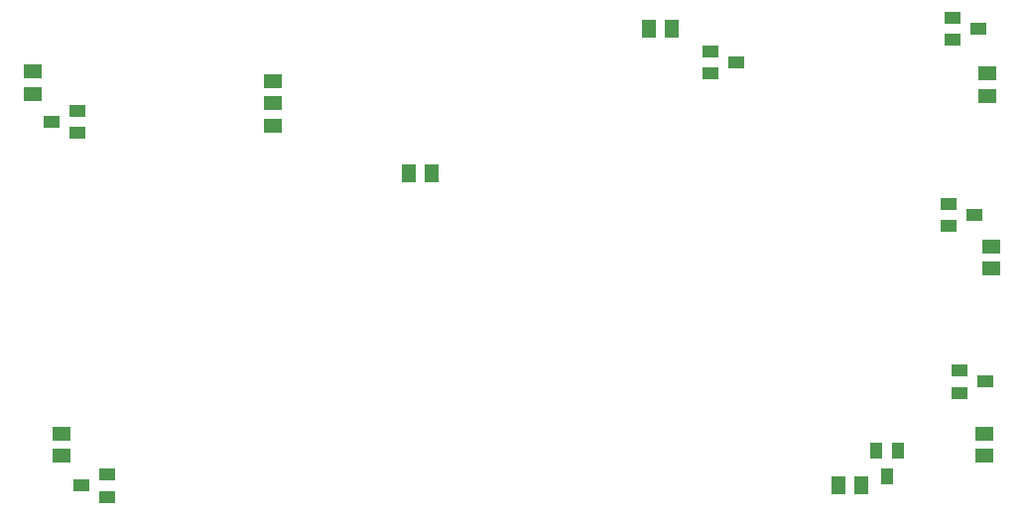
<source format=gtp>
G75*
%MOIN*%
%OFA0B0*%
%FSLAX24Y24*%
%IPPOS*%
%LPD*%
%AMOC8*
5,1,8,0,0,1.08239X$1,22.5*
%
%ADD10R,0.0551X0.0394*%
%ADD11R,0.0394X0.0551*%
%ADD12R,0.0591X0.0512*%
%ADD13R,0.0512X0.0591*%
D10*
X007025Y004055D03*
X007891Y003681D03*
X007891Y004429D03*
X006891Y015931D03*
X006025Y016305D03*
X006891Y016679D03*
X028150Y017931D03*
X029016Y018305D03*
X028150Y018679D03*
X036275Y019056D03*
X037141Y019430D03*
X036275Y019804D03*
X036150Y013554D03*
X037016Y013180D03*
X036150Y012806D03*
X036525Y007929D03*
X037391Y007555D03*
X036525Y007181D03*
D11*
X034457Y005238D03*
X033709Y005238D03*
X034083Y004372D03*
D12*
X037333Y005056D03*
X037333Y005804D03*
X037583Y011368D03*
X037583Y012117D03*
X037458Y017181D03*
X037458Y017929D03*
X013458Y017679D03*
X013458Y016931D03*
X013458Y016929D03*
X013458Y016181D03*
X005396Y017243D03*
X005396Y017992D03*
X006333Y005804D03*
X006333Y005056D03*
D13*
X018022Y014555D03*
X018770Y014555D03*
X026084Y019430D03*
X026832Y019430D03*
X032459Y004055D03*
X033207Y004055D03*
M02*

</source>
